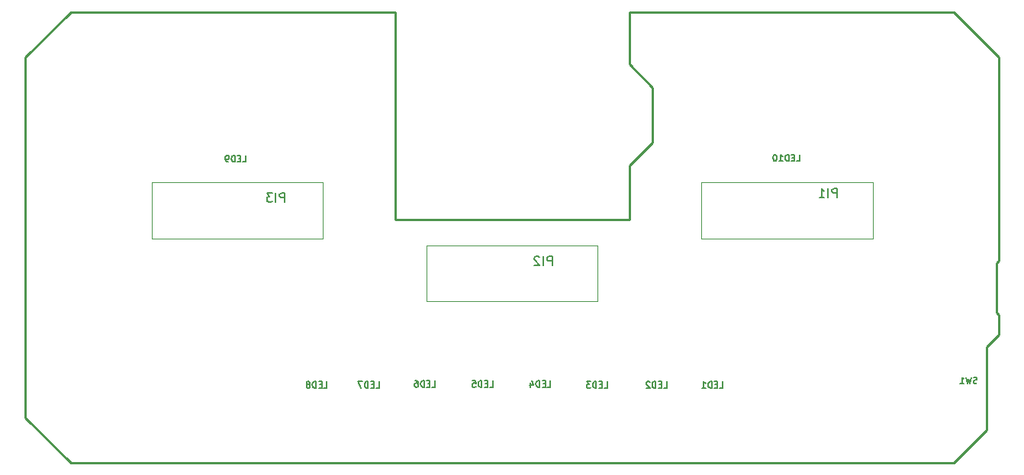
<source format=gbr>
%TF.GenerationSoftware,KiCad,Pcbnew,9.0.2*%
%TF.CreationDate,2025-08-01T13:44:13+01:00*%
%TF.ProjectId,FED3,46454433-2e6b-4696-9361-645f70636258,rev?*%
%TF.SameCoordinates,Original*%
%TF.FileFunction,AssemblyDrawing,Bot*%
%FSLAX46Y46*%
G04 Gerber Fmt 4.6, Leading zero omitted, Abs format (unit mm)*
G04 Created by KiCad (PCBNEW 9.0.2) date 2025-08-01 13:44:13*
%MOMM*%
%LPD*%
G01*
G04 APERTURE LIST*
%ADD10C,0.150000*%
%ADD11C,0.175000*%
%ADD12C,0.100000*%
%TA.AperFunction,Profile*%
%ADD13C,0.250000*%
%TD*%
G04 APERTURE END LIST*
D10*
X180054857Y-96506533D02*
X180388190Y-96506533D01*
X180388190Y-96506533D02*
X180388190Y-95806533D01*
X179821523Y-96139866D02*
X179588190Y-96139866D01*
X179488190Y-96506533D02*
X179821523Y-96506533D01*
X179821523Y-96506533D02*
X179821523Y-95806533D01*
X179821523Y-95806533D02*
X179488190Y-95806533D01*
X179188190Y-96506533D02*
X179188190Y-95806533D01*
X179188190Y-95806533D02*
X179021523Y-95806533D01*
X179021523Y-95806533D02*
X178921523Y-95839866D01*
X178921523Y-95839866D02*
X178854857Y-95906533D01*
X178854857Y-95906533D02*
X178821523Y-95973200D01*
X178821523Y-95973200D02*
X178788190Y-96106533D01*
X178788190Y-96106533D02*
X178788190Y-96206533D01*
X178788190Y-96206533D02*
X178821523Y-96339866D01*
X178821523Y-96339866D02*
X178854857Y-96406533D01*
X178854857Y-96406533D02*
X178921523Y-96473200D01*
X178921523Y-96473200D02*
X179021523Y-96506533D01*
X179021523Y-96506533D02*
X179188190Y-96506533D01*
X178121523Y-96506533D02*
X178521523Y-96506533D01*
X178321523Y-96506533D02*
X178321523Y-95806533D01*
X178321523Y-95806533D02*
X178388190Y-95906533D01*
X178388190Y-95906533D02*
X178454857Y-95973200D01*
X178454857Y-95973200D02*
X178521523Y-96006533D01*
X177688190Y-95806533D02*
X177621523Y-95806533D01*
X177621523Y-95806533D02*
X177554856Y-95839866D01*
X177554856Y-95839866D02*
X177521523Y-95873200D01*
X177521523Y-95873200D02*
X177488190Y-95939866D01*
X177488190Y-95939866D02*
X177454856Y-96073200D01*
X177454856Y-96073200D02*
X177454856Y-96239866D01*
X177454856Y-96239866D02*
X177488190Y-96373200D01*
X177488190Y-96373200D02*
X177521523Y-96439866D01*
X177521523Y-96439866D02*
X177554856Y-96473200D01*
X177554856Y-96473200D02*
X177621523Y-96506533D01*
X177621523Y-96506533D02*
X177688190Y-96506533D01*
X177688190Y-96506533D02*
X177754856Y-96473200D01*
X177754856Y-96473200D02*
X177788190Y-96439866D01*
X177788190Y-96439866D02*
X177821523Y-96373200D01*
X177821523Y-96373200D02*
X177854856Y-96239866D01*
X177854856Y-96239866D02*
X177854856Y-96073200D01*
X177854856Y-96073200D02*
X177821523Y-95939866D01*
X177821523Y-95939866D02*
X177788190Y-95873200D01*
X177788190Y-95873200D02*
X177754856Y-95839866D01*
X177754856Y-95839866D02*
X177688190Y-95806533D01*
X152401316Y-121606533D02*
X152734649Y-121606533D01*
X152734649Y-121606533D02*
X152734649Y-120906533D01*
X152167982Y-121239866D02*
X151934649Y-121239866D01*
X151834649Y-121606533D02*
X152167982Y-121606533D01*
X152167982Y-121606533D02*
X152167982Y-120906533D01*
X152167982Y-120906533D02*
X151834649Y-120906533D01*
X151534649Y-121606533D02*
X151534649Y-120906533D01*
X151534649Y-120906533D02*
X151367982Y-120906533D01*
X151367982Y-120906533D02*
X151267982Y-120939866D01*
X151267982Y-120939866D02*
X151201316Y-121006533D01*
X151201316Y-121006533D02*
X151167982Y-121073200D01*
X151167982Y-121073200D02*
X151134649Y-121206533D01*
X151134649Y-121206533D02*
X151134649Y-121306533D01*
X151134649Y-121306533D02*
X151167982Y-121439866D01*
X151167982Y-121439866D02*
X151201316Y-121506533D01*
X151201316Y-121506533D02*
X151267982Y-121573200D01*
X151267982Y-121573200D02*
X151367982Y-121606533D01*
X151367982Y-121606533D02*
X151534649Y-121606533D01*
X150534649Y-121139866D02*
X150534649Y-121606533D01*
X150701316Y-120873200D02*
X150867982Y-121373200D01*
X150867982Y-121373200D02*
X150434649Y-121373200D01*
X200067982Y-121173200D02*
X199967982Y-121206533D01*
X199967982Y-121206533D02*
X199801316Y-121206533D01*
X199801316Y-121206533D02*
X199734649Y-121173200D01*
X199734649Y-121173200D02*
X199701316Y-121139866D01*
X199701316Y-121139866D02*
X199667982Y-121073200D01*
X199667982Y-121073200D02*
X199667982Y-121006533D01*
X199667982Y-121006533D02*
X199701316Y-120939866D01*
X199701316Y-120939866D02*
X199734649Y-120906533D01*
X199734649Y-120906533D02*
X199801316Y-120873200D01*
X199801316Y-120873200D02*
X199934649Y-120839866D01*
X199934649Y-120839866D02*
X200001316Y-120806533D01*
X200001316Y-120806533D02*
X200034649Y-120773200D01*
X200034649Y-120773200D02*
X200067982Y-120706533D01*
X200067982Y-120706533D02*
X200067982Y-120639866D01*
X200067982Y-120639866D02*
X200034649Y-120573200D01*
X200034649Y-120573200D02*
X200001316Y-120539866D01*
X200001316Y-120539866D02*
X199934649Y-120506533D01*
X199934649Y-120506533D02*
X199767982Y-120506533D01*
X199767982Y-120506533D02*
X199667982Y-120539866D01*
X199434649Y-120506533D02*
X199267982Y-121206533D01*
X199267982Y-121206533D02*
X199134649Y-120706533D01*
X199134649Y-120706533D02*
X199001315Y-121206533D01*
X199001315Y-121206533D02*
X198834649Y-120506533D01*
X198201315Y-121206533D02*
X198601315Y-121206533D01*
X198401315Y-121206533D02*
X198401315Y-120506533D01*
X198401315Y-120506533D02*
X198467982Y-120606533D01*
X198467982Y-120606533D02*
X198534649Y-120673200D01*
X198534649Y-120673200D02*
X198601315Y-120706533D01*
X118601316Y-96606533D02*
X118934649Y-96606533D01*
X118934649Y-96606533D02*
X118934649Y-95906533D01*
X118367982Y-96239866D02*
X118134649Y-96239866D01*
X118034649Y-96606533D02*
X118367982Y-96606533D01*
X118367982Y-96606533D02*
X118367982Y-95906533D01*
X118367982Y-95906533D02*
X118034649Y-95906533D01*
X117734649Y-96606533D02*
X117734649Y-95906533D01*
X117734649Y-95906533D02*
X117567982Y-95906533D01*
X117567982Y-95906533D02*
X117467982Y-95939866D01*
X117467982Y-95939866D02*
X117401316Y-96006533D01*
X117401316Y-96006533D02*
X117367982Y-96073200D01*
X117367982Y-96073200D02*
X117334649Y-96206533D01*
X117334649Y-96206533D02*
X117334649Y-96306533D01*
X117334649Y-96306533D02*
X117367982Y-96439866D01*
X117367982Y-96439866D02*
X117401316Y-96506533D01*
X117401316Y-96506533D02*
X117467982Y-96573200D01*
X117467982Y-96573200D02*
X117567982Y-96606533D01*
X117567982Y-96606533D02*
X117734649Y-96606533D01*
X117001316Y-96606533D02*
X116867982Y-96606533D01*
X116867982Y-96606533D02*
X116801316Y-96573200D01*
X116801316Y-96573200D02*
X116767982Y-96539866D01*
X116767982Y-96539866D02*
X116701316Y-96439866D01*
X116701316Y-96439866D02*
X116667982Y-96306533D01*
X116667982Y-96306533D02*
X116667982Y-96039866D01*
X116667982Y-96039866D02*
X116701316Y-95973200D01*
X116701316Y-95973200D02*
X116734649Y-95939866D01*
X116734649Y-95939866D02*
X116801316Y-95906533D01*
X116801316Y-95906533D02*
X116934649Y-95906533D01*
X116934649Y-95906533D02*
X117001316Y-95939866D01*
X117001316Y-95939866D02*
X117034649Y-95973200D01*
X117034649Y-95973200D02*
X117067982Y-96039866D01*
X117067982Y-96039866D02*
X117067982Y-96206533D01*
X117067982Y-96206533D02*
X117034649Y-96273200D01*
X117034649Y-96273200D02*
X117001316Y-96306533D01*
X117001316Y-96306533D02*
X116934649Y-96339866D01*
X116934649Y-96339866D02*
X116801316Y-96339866D01*
X116801316Y-96339866D02*
X116734649Y-96306533D01*
X116734649Y-96306533D02*
X116701316Y-96273200D01*
X116701316Y-96273200D02*
X116667982Y-96206533D01*
X127601316Y-121706533D02*
X127934649Y-121706533D01*
X127934649Y-121706533D02*
X127934649Y-121006533D01*
X127367982Y-121339866D02*
X127134649Y-121339866D01*
X127034649Y-121706533D02*
X127367982Y-121706533D01*
X127367982Y-121706533D02*
X127367982Y-121006533D01*
X127367982Y-121006533D02*
X127034649Y-121006533D01*
X126734649Y-121706533D02*
X126734649Y-121006533D01*
X126734649Y-121006533D02*
X126567982Y-121006533D01*
X126567982Y-121006533D02*
X126467982Y-121039866D01*
X126467982Y-121039866D02*
X126401316Y-121106533D01*
X126401316Y-121106533D02*
X126367982Y-121173200D01*
X126367982Y-121173200D02*
X126334649Y-121306533D01*
X126334649Y-121306533D02*
X126334649Y-121406533D01*
X126334649Y-121406533D02*
X126367982Y-121539866D01*
X126367982Y-121539866D02*
X126401316Y-121606533D01*
X126401316Y-121606533D02*
X126467982Y-121673200D01*
X126467982Y-121673200D02*
X126567982Y-121706533D01*
X126567982Y-121706533D02*
X126734649Y-121706533D01*
X125934649Y-121306533D02*
X126001316Y-121273200D01*
X126001316Y-121273200D02*
X126034649Y-121239866D01*
X126034649Y-121239866D02*
X126067982Y-121173200D01*
X126067982Y-121173200D02*
X126067982Y-121139866D01*
X126067982Y-121139866D02*
X126034649Y-121073200D01*
X126034649Y-121073200D02*
X126001316Y-121039866D01*
X126001316Y-121039866D02*
X125934649Y-121006533D01*
X125934649Y-121006533D02*
X125801316Y-121006533D01*
X125801316Y-121006533D02*
X125734649Y-121039866D01*
X125734649Y-121039866D02*
X125701316Y-121073200D01*
X125701316Y-121073200D02*
X125667982Y-121139866D01*
X125667982Y-121139866D02*
X125667982Y-121173200D01*
X125667982Y-121173200D02*
X125701316Y-121239866D01*
X125701316Y-121239866D02*
X125734649Y-121273200D01*
X125734649Y-121273200D02*
X125801316Y-121306533D01*
X125801316Y-121306533D02*
X125934649Y-121306533D01*
X125934649Y-121306533D02*
X126001316Y-121339866D01*
X126001316Y-121339866D02*
X126034649Y-121373200D01*
X126034649Y-121373200D02*
X126067982Y-121439866D01*
X126067982Y-121439866D02*
X126067982Y-121573200D01*
X126067982Y-121573200D02*
X126034649Y-121639866D01*
X126034649Y-121639866D02*
X126001316Y-121673200D01*
X126001316Y-121673200D02*
X125934649Y-121706533D01*
X125934649Y-121706533D02*
X125801316Y-121706533D01*
X125801316Y-121706533D02*
X125734649Y-121673200D01*
X125734649Y-121673200D02*
X125701316Y-121639866D01*
X125701316Y-121639866D02*
X125667982Y-121573200D01*
X125667982Y-121573200D02*
X125667982Y-121439866D01*
X125667982Y-121439866D02*
X125701316Y-121373200D01*
X125701316Y-121373200D02*
X125734649Y-121339866D01*
X125734649Y-121339866D02*
X125801316Y-121306533D01*
X158701316Y-121706533D02*
X159034649Y-121706533D01*
X159034649Y-121706533D02*
X159034649Y-121006533D01*
X158467982Y-121339866D02*
X158234649Y-121339866D01*
X158134649Y-121706533D02*
X158467982Y-121706533D01*
X158467982Y-121706533D02*
X158467982Y-121006533D01*
X158467982Y-121006533D02*
X158134649Y-121006533D01*
X157834649Y-121706533D02*
X157834649Y-121006533D01*
X157834649Y-121006533D02*
X157667982Y-121006533D01*
X157667982Y-121006533D02*
X157567982Y-121039866D01*
X157567982Y-121039866D02*
X157501316Y-121106533D01*
X157501316Y-121106533D02*
X157467982Y-121173200D01*
X157467982Y-121173200D02*
X157434649Y-121306533D01*
X157434649Y-121306533D02*
X157434649Y-121406533D01*
X157434649Y-121406533D02*
X157467982Y-121539866D01*
X157467982Y-121539866D02*
X157501316Y-121606533D01*
X157501316Y-121606533D02*
X157567982Y-121673200D01*
X157567982Y-121673200D02*
X157667982Y-121706533D01*
X157667982Y-121706533D02*
X157834649Y-121706533D01*
X157201316Y-121006533D02*
X156767982Y-121006533D01*
X156767982Y-121006533D02*
X157001316Y-121273200D01*
X157001316Y-121273200D02*
X156901316Y-121273200D01*
X156901316Y-121273200D02*
X156834649Y-121306533D01*
X156834649Y-121306533D02*
X156801316Y-121339866D01*
X156801316Y-121339866D02*
X156767982Y-121406533D01*
X156767982Y-121406533D02*
X156767982Y-121573200D01*
X156767982Y-121573200D02*
X156801316Y-121639866D01*
X156801316Y-121639866D02*
X156834649Y-121673200D01*
X156834649Y-121673200D02*
X156901316Y-121706533D01*
X156901316Y-121706533D02*
X157101316Y-121706533D01*
X157101316Y-121706533D02*
X157167982Y-121673200D01*
X157167982Y-121673200D02*
X157201316Y-121639866D01*
X171501316Y-121706533D02*
X171834649Y-121706533D01*
X171834649Y-121706533D02*
X171834649Y-121006533D01*
X171267982Y-121339866D02*
X171034649Y-121339866D01*
X170934649Y-121706533D02*
X171267982Y-121706533D01*
X171267982Y-121706533D02*
X171267982Y-121006533D01*
X171267982Y-121006533D02*
X170934649Y-121006533D01*
X170634649Y-121706533D02*
X170634649Y-121006533D01*
X170634649Y-121006533D02*
X170467982Y-121006533D01*
X170467982Y-121006533D02*
X170367982Y-121039866D01*
X170367982Y-121039866D02*
X170301316Y-121106533D01*
X170301316Y-121106533D02*
X170267982Y-121173200D01*
X170267982Y-121173200D02*
X170234649Y-121306533D01*
X170234649Y-121306533D02*
X170234649Y-121406533D01*
X170234649Y-121406533D02*
X170267982Y-121539866D01*
X170267982Y-121539866D02*
X170301316Y-121606533D01*
X170301316Y-121606533D02*
X170367982Y-121673200D01*
X170367982Y-121673200D02*
X170467982Y-121706533D01*
X170467982Y-121706533D02*
X170634649Y-121706533D01*
X169567982Y-121706533D02*
X169967982Y-121706533D01*
X169767982Y-121706533D02*
X169767982Y-121006533D01*
X169767982Y-121006533D02*
X169834649Y-121106533D01*
X169834649Y-121106533D02*
X169901316Y-121173200D01*
X169901316Y-121173200D02*
X169967982Y-121206533D01*
X123263220Y-101069819D02*
X123263220Y-100069819D01*
X123263220Y-100069819D02*
X122882268Y-100069819D01*
X122882268Y-100069819D02*
X122787030Y-100117438D01*
X122787030Y-100117438D02*
X122739411Y-100165057D01*
X122739411Y-100165057D02*
X122691792Y-100260295D01*
X122691792Y-100260295D02*
X122691792Y-100403152D01*
X122691792Y-100403152D02*
X122739411Y-100498390D01*
X122739411Y-100498390D02*
X122787030Y-100546009D01*
X122787030Y-100546009D02*
X122882268Y-100593628D01*
X122882268Y-100593628D02*
X123263220Y-100593628D01*
X122263220Y-101069819D02*
X122263220Y-100069819D01*
X121882268Y-100069819D02*
X121263221Y-100069819D01*
X121263221Y-100069819D02*
X121596554Y-100450771D01*
X121596554Y-100450771D02*
X121453697Y-100450771D01*
X121453697Y-100450771D02*
X121358459Y-100498390D01*
X121358459Y-100498390D02*
X121310840Y-100546009D01*
X121310840Y-100546009D02*
X121263221Y-100641247D01*
X121263221Y-100641247D02*
X121263221Y-100879342D01*
X121263221Y-100879342D02*
X121310840Y-100974580D01*
X121310840Y-100974580D02*
X121358459Y-101022200D01*
X121358459Y-101022200D02*
X121453697Y-101069819D01*
X121453697Y-101069819D02*
X121739411Y-101069819D01*
X121739411Y-101069819D02*
X121834649Y-101022200D01*
X121834649Y-101022200D02*
X121882268Y-100974580D01*
X184563220Y-100569819D02*
X184563220Y-99569819D01*
X184563220Y-99569819D02*
X184182268Y-99569819D01*
X184182268Y-99569819D02*
X184087030Y-99617438D01*
X184087030Y-99617438D02*
X184039411Y-99665057D01*
X184039411Y-99665057D02*
X183991792Y-99760295D01*
X183991792Y-99760295D02*
X183991792Y-99903152D01*
X183991792Y-99903152D02*
X184039411Y-99998390D01*
X184039411Y-99998390D02*
X184087030Y-100046009D01*
X184087030Y-100046009D02*
X184182268Y-100093628D01*
X184182268Y-100093628D02*
X184563220Y-100093628D01*
X183563220Y-100569819D02*
X183563220Y-99569819D01*
X182563221Y-100569819D02*
X183134649Y-100569819D01*
X182848935Y-100569819D02*
X182848935Y-99569819D01*
X182848935Y-99569819D02*
X182944173Y-99712676D01*
X182944173Y-99712676D02*
X183039411Y-99807914D01*
X183039411Y-99807914D02*
X183134649Y-99855533D01*
X152937800Y-108108941D02*
X152937800Y-107108941D01*
X152937800Y-107108941D02*
X152556848Y-107108941D01*
X152556848Y-107108941D02*
X152461610Y-107156560D01*
X152461610Y-107156560D02*
X152413991Y-107204179D01*
X152413991Y-107204179D02*
X152366372Y-107299417D01*
X152366372Y-107299417D02*
X152366372Y-107442274D01*
X152366372Y-107442274D02*
X152413991Y-107537512D01*
X152413991Y-107537512D02*
X152461610Y-107585131D01*
X152461610Y-107585131D02*
X152556848Y-107632750D01*
X152556848Y-107632750D02*
X152937800Y-107632750D01*
X151937800Y-108108941D02*
X151937800Y-107108941D01*
X151509229Y-107204179D02*
X151461610Y-107156560D01*
X151461610Y-107156560D02*
X151366372Y-107108941D01*
X151366372Y-107108941D02*
X151128277Y-107108941D01*
X151128277Y-107108941D02*
X151033039Y-107156560D01*
X151033039Y-107156560D02*
X150985420Y-107204179D01*
X150985420Y-107204179D02*
X150937801Y-107299417D01*
X150937801Y-107299417D02*
X150937801Y-107394655D01*
X150937801Y-107394655D02*
X150985420Y-107537512D01*
X150985420Y-107537512D02*
X151556848Y-108108941D01*
X151556848Y-108108941D02*
X150937801Y-108108941D01*
X165301316Y-121706533D02*
X165634649Y-121706533D01*
X165634649Y-121706533D02*
X165634649Y-121006533D01*
X165067982Y-121339866D02*
X164834649Y-121339866D01*
X164734649Y-121706533D02*
X165067982Y-121706533D01*
X165067982Y-121706533D02*
X165067982Y-121006533D01*
X165067982Y-121006533D02*
X164734649Y-121006533D01*
X164434649Y-121706533D02*
X164434649Y-121006533D01*
X164434649Y-121006533D02*
X164267982Y-121006533D01*
X164267982Y-121006533D02*
X164167982Y-121039866D01*
X164167982Y-121039866D02*
X164101316Y-121106533D01*
X164101316Y-121106533D02*
X164067982Y-121173200D01*
X164067982Y-121173200D02*
X164034649Y-121306533D01*
X164034649Y-121306533D02*
X164034649Y-121406533D01*
X164034649Y-121406533D02*
X164067982Y-121539866D01*
X164067982Y-121539866D02*
X164101316Y-121606533D01*
X164101316Y-121606533D02*
X164167982Y-121673200D01*
X164167982Y-121673200D02*
X164267982Y-121706533D01*
X164267982Y-121706533D02*
X164434649Y-121706533D01*
X163767982Y-121073200D02*
X163734649Y-121039866D01*
X163734649Y-121039866D02*
X163667982Y-121006533D01*
X163667982Y-121006533D02*
X163501316Y-121006533D01*
X163501316Y-121006533D02*
X163434649Y-121039866D01*
X163434649Y-121039866D02*
X163401316Y-121073200D01*
X163401316Y-121073200D02*
X163367982Y-121139866D01*
X163367982Y-121139866D02*
X163367982Y-121206533D01*
X163367982Y-121206533D02*
X163401316Y-121306533D01*
X163401316Y-121306533D02*
X163801316Y-121706533D01*
X163801316Y-121706533D02*
X163367982Y-121706533D01*
X139601316Y-121606533D02*
X139934649Y-121606533D01*
X139934649Y-121606533D02*
X139934649Y-120906533D01*
X139367982Y-121239866D02*
X139134649Y-121239866D01*
X139034649Y-121606533D02*
X139367982Y-121606533D01*
X139367982Y-121606533D02*
X139367982Y-120906533D01*
X139367982Y-120906533D02*
X139034649Y-120906533D01*
X138734649Y-121606533D02*
X138734649Y-120906533D01*
X138734649Y-120906533D02*
X138567982Y-120906533D01*
X138567982Y-120906533D02*
X138467982Y-120939866D01*
X138467982Y-120939866D02*
X138401316Y-121006533D01*
X138401316Y-121006533D02*
X138367982Y-121073200D01*
X138367982Y-121073200D02*
X138334649Y-121206533D01*
X138334649Y-121206533D02*
X138334649Y-121306533D01*
X138334649Y-121306533D02*
X138367982Y-121439866D01*
X138367982Y-121439866D02*
X138401316Y-121506533D01*
X138401316Y-121506533D02*
X138467982Y-121573200D01*
X138467982Y-121573200D02*
X138567982Y-121606533D01*
X138567982Y-121606533D02*
X138734649Y-121606533D01*
X137734649Y-120906533D02*
X137867982Y-120906533D01*
X137867982Y-120906533D02*
X137934649Y-120939866D01*
X137934649Y-120939866D02*
X137967982Y-120973200D01*
X137967982Y-120973200D02*
X138034649Y-121073200D01*
X138034649Y-121073200D02*
X138067982Y-121206533D01*
X138067982Y-121206533D02*
X138067982Y-121473200D01*
X138067982Y-121473200D02*
X138034649Y-121539866D01*
X138034649Y-121539866D02*
X138001316Y-121573200D01*
X138001316Y-121573200D02*
X137934649Y-121606533D01*
X137934649Y-121606533D02*
X137801316Y-121606533D01*
X137801316Y-121606533D02*
X137734649Y-121573200D01*
X137734649Y-121573200D02*
X137701316Y-121539866D01*
X137701316Y-121539866D02*
X137667982Y-121473200D01*
X137667982Y-121473200D02*
X137667982Y-121306533D01*
X137667982Y-121306533D02*
X137701316Y-121239866D01*
X137701316Y-121239866D02*
X137734649Y-121206533D01*
X137734649Y-121206533D02*
X137801316Y-121173200D01*
X137801316Y-121173200D02*
X137934649Y-121173200D01*
X137934649Y-121173200D02*
X138001316Y-121206533D01*
X138001316Y-121206533D02*
X138034649Y-121239866D01*
X138034649Y-121239866D02*
X138067982Y-121306533D01*
D11*
X133384869Y-121705233D02*
X133718202Y-121705233D01*
X133718202Y-121705233D02*
X133718202Y-121005233D01*
X133151535Y-121338566D02*
X132918202Y-121338566D01*
X132818202Y-121705233D02*
X133151535Y-121705233D01*
X133151535Y-121705233D02*
X133151535Y-121005233D01*
X133151535Y-121005233D02*
X132818202Y-121005233D01*
X132518202Y-121705233D02*
X132518202Y-121005233D01*
X132518202Y-121005233D02*
X132351535Y-121005233D01*
X132351535Y-121005233D02*
X132251535Y-121038566D01*
X132251535Y-121038566D02*
X132184869Y-121105233D01*
X132184869Y-121105233D02*
X132151535Y-121171900D01*
X132151535Y-121171900D02*
X132118202Y-121305233D01*
X132118202Y-121305233D02*
X132118202Y-121405233D01*
X132118202Y-121405233D02*
X132151535Y-121538566D01*
X132151535Y-121538566D02*
X132184869Y-121605233D01*
X132184869Y-121605233D02*
X132251535Y-121671900D01*
X132251535Y-121671900D02*
X132351535Y-121705233D01*
X132351535Y-121705233D02*
X132518202Y-121705233D01*
X131884869Y-121005233D02*
X131418202Y-121005233D01*
X131418202Y-121005233D02*
X131718202Y-121705233D01*
D10*
X146001316Y-121606533D02*
X146334649Y-121606533D01*
X146334649Y-121606533D02*
X146334649Y-120906533D01*
X145767982Y-121239866D02*
X145534649Y-121239866D01*
X145434649Y-121606533D02*
X145767982Y-121606533D01*
X145767982Y-121606533D02*
X145767982Y-120906533D01*
X145767982Y-120906533D02*
X145434649Y-120906533D01*
X145134649Y-121606533D02*
X145134649Y-120906533D01*
X145134649Y-120906533D02*
X144967982Y-120906533D01*
X144967982Y-120906533D02*
X144867982Y-120939866D01*
X144867982Y-120939866D02*
X144801316Y-121006533D01*
X144801316Y-121006533D02*
X144767982Y-121073200D01*
X144767982Y-121073200D02*
X144734649Y-121206533D01*
X144734649Y-121206533D02*
X144734649Y-121306533D01*
X144734649Y-121306533D02*
X144767982Y-121439866D01*
X144767982Y-121439866D02*
X144801316Y-121506533D01*
X144801316Y-121506533D02*
X144867982Y-121573200D01*
X144867982Y-121573200D02*
X144967982Y-121606533D01*
X144967982Y-121606533D02*
X145134649Y-121606533D01*
X144101316Y-120906533D02*
X144434649Y-120906533D01*
X144434649Y-120906533D02*
X144467982Y-121239866D01*
X144467982Y-121239866D02*
X144434649Y-121206533D01*
X144434649Y-121206533D02*
X144367982Y-121173200D01*
X144367982Y-121173200D02*
X144201316Y-121173200D01*
X144201316Y-121173200D02*
X144134649Y-121206533D01*
X144134649Y-121206533D02*
X144101316Y-121239866D01*
X144101316Y-121239866D02*
X144067982Y-121306533D01*
X144067982Y-121306533D02*
X144067982Y-121473200D01*
X144067982Y-121473200D02*
X144101316Y-121539866D01*
X144101316Y-121539866D02*
X144134649Y-121573200D01*
X144134649Y-121573200D02*
X144201316Y-121606533D01*
X144201316Y-121606533D02*
X144367982Y-121606533D01*
X144367982Y-121606533D02*
X144434649Y-121573200D01*
X144434649Y-121573200D02*
X144467982Y-121539866D01*
%TO.C,PI3*%
D12*
X127501100Y-98903600D02*
X108501100Y-98903600D01*
X108501100Y-105103600D01*
X127501100Y-105103600D01*
X127501100Y-98903600D01*
%TO.C,PI1*%
X188501100Y-98903600D02*
X169501100Y-98903600D01*
X169501100Y-105103600D01*
X188501100Y-105103600D01*
X188501100Y-98903600D01*
%TO.C,PI2*%
X158001100Y-105903600D02*
X139001100Y-105903600D01*
X139001100Y-112103600D01*
X158001100Y-112103600D01*
X158001100Y-105903600D01*
%TD*%
D13*
X201101100Y-126403600D02*
X201101100Y-117203600D01*
X161501100Y-103003600D02*
X135501100Y-103003600D01*
X161501100Y-80003600D02*
X161501100Y-85751600D01*
X161501100Y-85751600D02*
X164097100Y-88347600D01*
X99501100Y-80003600D02*
X94501100Y-85003600D01*
X202221100Y-107883600D02*
X202501100Y-107603600D01*
X202501100Y-85003600D02*
X197501100Y-80003600D01*
X202221100Y-113323600D02*
X202221100Y-107883600D01*
X202501100Y-107603600D02*
X202501100Y-85003600D01*
X161501100Y-96983600D02*
X161501100Y-103003600D01*
X202501100Y-113603600D02*
X202221100Y-113323600D01*
X135501100Y-103003600D02*
X135501100Y-80003600D01*
X94501100Y-125003600D02*
X99501100Y-130003600D01*
X164097100Y-88347600D02*
X164097100Y-94443600D01*
X197501100Y-130003600D02*
X201101100Y-126403600D01*
X197501100Y-80003600D02*
X161501100Y-80003600D01*
X202501100Y-115803600D02*
X202501100Y-113603600D01*
X94501100Y-85003600D02*
X94501100Y-125003600D01*
X99501100Y-130003600D02*
X197501100Y-130003600D01*
X164097100Y-94443600D02*
X161501100Y-96983600D01*
X201101100Y-117203600D02*
X202501100Y-115803600D01*
X135501100Y-80003600D02*
X99501100Y-80003600D01*
M02*

</source>
